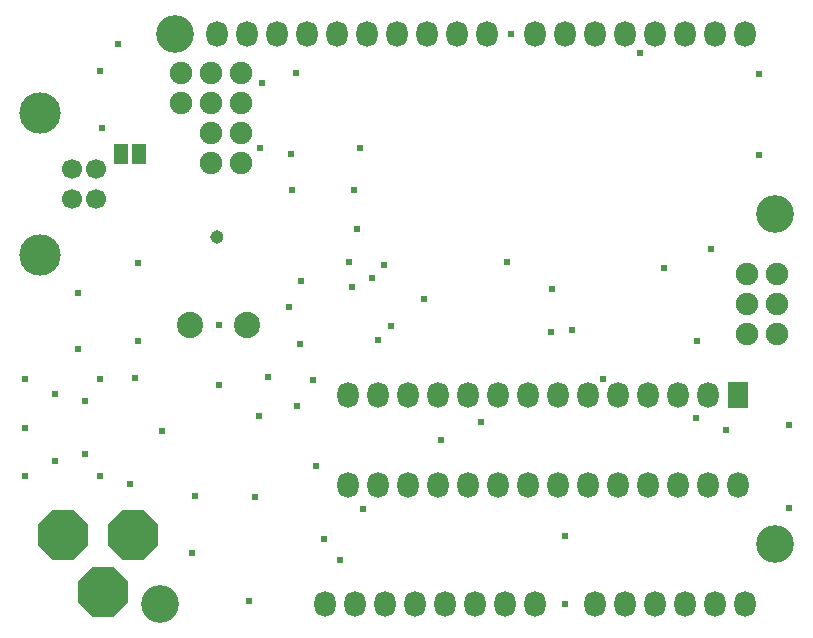
<source format=gbs>
G04*
G04 #@! TF.GenerationSoftware,Altium Limited,Altium Designer,18.0.12 (696)*
G04*
G04 Layer_Color=16711935*
%FSLAX44Y44*%
%MOMM*%
G71*
G01*
G75*
%ADD37R,1.2884X1.7202*%
%ADD56C,3.2000*%
%ADD57C,1.9000*%
%ADD58C,3.5000*%
%ADD59C,1.7000*%
%ADD60O,1.8000X2.2000*%
%ADD61R,1.8000X2.2000*%
%ADD62P,4.5461X8X22.5*%
%ADD63P,4.5461X8X292.5*%
%ADD64C,2.2320*%
%ADD65C,0.6096*%
%ADD66C,1.1360*%
D37*
X106680Y406400D02*
D03*
X121920D02*
D03*
D56*
X660400Y355600D02*
D03*
Y76200D02*
D03*
X139700Y25400D02*
D03*
X152400Y508000D02*
D03*
D57*
X208280Y398780D02*
D03*
Y424180D02*
D03*
X182880Y398780D02*
D03*
Y424180D02*
D03*
X636270Y304800D02*
D03*
Y279400D02*
D03*
Y254000D02*
D03*
X661670Y304800D02*
D03*
Y279400D02*
D03*
Y254000D02*
D03*
X157480Y449580D02*
D03*
X182880D02*
D03*
X208280D02*
D03*
X157480Y474980D02*
D03*
X182880D02*
D03*
X208280D02*
D03*
D58*
X38050Y320800D02*
D03*
Y441200D02*
D03*
D59*
X65150Y393500D02*
D03*
X85150Y368500D02*
D03*
X65150D02*
D03*
X85150Y393500D02*
D03*
D60*
X298450Y125730D02*
D03*
X323850D02*
D03*
X349250D02*
D03*
X374650D02*
D03*
X400050D02*
D03*
X425450D02*
D03*
X450850D02*
D03*
X476250D02*
D03*
X501650D02*
D03*
X527050D02*
D03*
X552450D02*
D03*
X577850D02*
D03*
X603250D02*
D03*
X628650D02*
D03*
X298450Y201930D02*
D03*
X323850D02*
D03*
X349250D02*
D03*
X374650D02*
D03*
X400050D02*
D03*
X425450D02*
D03*
X450850D02*
D03*
X476250D02*
D03*
X501650D02*
D03*
X527050D02*
D03*
X552450D02*
D03*
X577850D02*
D03*
X603250D02*
D03*
X279400Y25400D02*
D03*
X304800D02*
D03*
X330200D02*
D03*
X355600D02*
D03*
X381000D02*
D03*
X406400D02*
D03*
X457200D02*
D03*
X431800D02*
D03*
X482600Y508000D02*
D03*
X457200D02*
D03*
X508000D02*
D03*
X533400D02*
D03*
X558800D02*
D03*
X584200D02*
D03*
X609600D02*
D03*
X635000D02*
D03*
Y25400D02*
D03*
X609600D02*
D03*
X584200D02*
D03*
X558800D02*
D03*
X533400D02*
D03*
X508000D02*
D03*
X187960Y508000D02*
D03*
X213360D02*
D03*
X264160D02*
D03*
X238760D02*
D03*
X289560D02*
D03*
X314960D02*
D03*
X340360D02*
D03*
X365760D02*
D03*
X391160D02*
D03*
X416560D02*
D03*
D61*
X628650Y201930D02*
D03*
D62*
X57150Y83820D02*
D03*
X117150D02*
D03*
D63*
X91150Y35820D02*
D03*
D64*
X164830Y261620D02*
D03*
X213630D02*
D03*
D65*
X90170Y427990D02*
D03*
X140970Y171450D02*
D03*
X303530Y376174D02*
D03*
X299720Y314960D02*
D03*
X306324Y342900D02*
D03*
X433324Y315214D02*
D03*
X471424Y292354D02*
D03*
X514350Y215900D02*
D03*
X411734Y179324D02*
D03*
X482600Y25400D02*
D03*
X271780Y142240D02*
D03*
X214884Y28194D02*
D03*
X292100Y62230D02*
D03*
X219710Y115570D02*
D03*
X166624Y68834D02*
D03*
X189230Y261620D02*
D03*
X120650Y247650D02*
D03*
X69850Y241300D02*
D03*
X114300Y127000D02*
D03*
X88900Y133350D02*
D03*
X76200Y152400D02*
D03*
Y196850D02*
D03*
X50800Y203200D02*
D03*
Y146050D02*
D03*
X25400Y215900D02*
D03*
Y173990D02*
D03*
Y133350D02*
D03*
X104140Y499110D02*
D03*
X436880Y508000D02*
D03*
X546100Y491490D02*
D03*
X646684Y405384D02*
D03*
Y473964D02*
D03*
X672084Y106934D02*
D03*
X672338Y177038D02*
D03*
X69850Y288290D02*
D03*
X88900Y476611D02*
D03*
X254512Y474523D02*
D03*
X226060Y466090D02*
D03*
X318770Y300990D02*
D03*
X302260Y293370D02*
D03*
X118745Y216535D02*
D03*
X88900Y215900D02*
D03*
X231140Y217170D02*
D03*
X248920Y276860D02*
D03*
X120650Y313690D02*
D03*
X251460Y375920D02*
D03*
X259080Y298450D02*
D03*
X223520Y184150D02*
D03*
X482600Y82550D02*
D03*
X278130Y80010D02*
D03*
X311150Y105410D02*
D03*
X189230Y210820D02*
D03*
X255270Y193040D02*
D03*
X308610Y411480D02*
D03*
X250190Y406400D02*
D03*
X258318Y245364D02*
D03*
X168910Y116840D02*
D03*
X377190Y163830D02*
D03*
X269240Y214630D02*
D03*
X328930Y312420D02*
D03*
X488315Y257175D02*
D03*
X470535Y255905D02*
D03*
X618490Y172720D02*
D03*
X593090Y182880D02*
D03*
X323850Y248920D02*
D03*
X335280Y260350D02*
D03*
X363220Y283210D02*
D03*
X606298Y326136D02*
D03*
X566420Y309626D02*
D03*
X594360Y248158D02*
D03*
X224536Y410972D02*
D03*
D66*
X187452Y336042D02*
D03*
M02*

</source>
